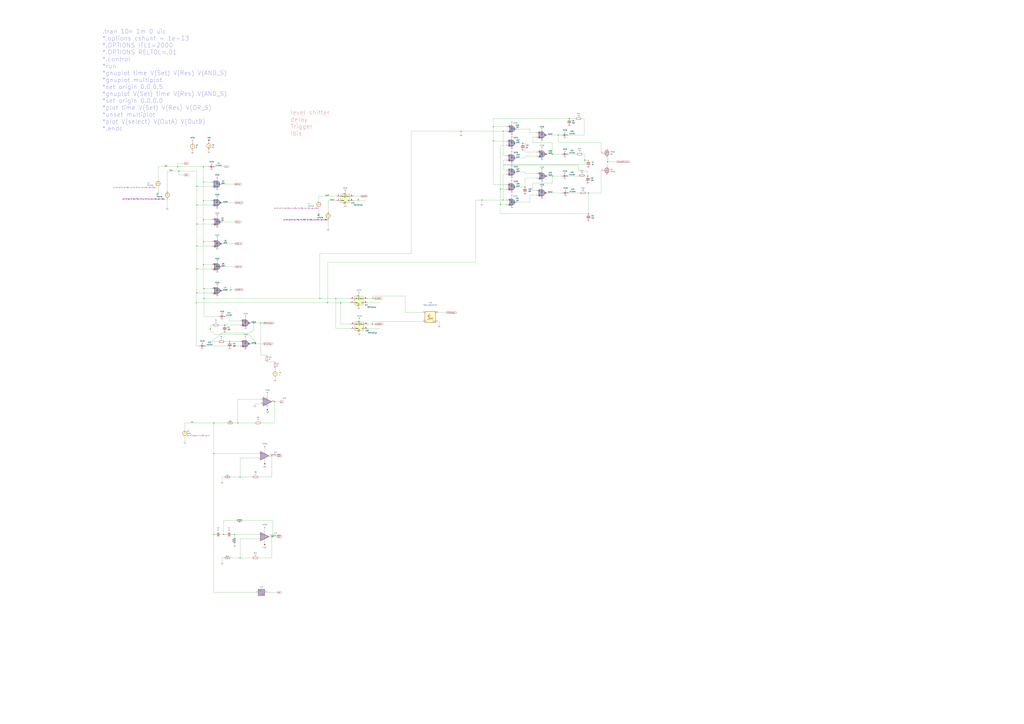
<source format=kicad_sch>
(kicad_sch (version 20230121) (generator eeschema)
  (paper "A0")
  (junction (at 581.025 219.71))
  (junction (at 272.415 621.03))
  (junction (at 559.435 232.41))
  (junction (at 228.6 216.535))
  (junction (at 682.625 204.47))
  (junction (at 380.365 351.79))
  (junction (at 267.97 336.55))
  (junction (at 584.2 232.41))
  (junction (at 371.475 346.71))
  (junction (at 648.335 156.845))
  (junction (at 433.07 346.71))
  (junction (at 236.22 211.455))
  (junction (at 581.025 237.49))
  (junction (at 228.6 238.125))
  (junction (at 705.485 187.96))
  (junction (at 266.7 396.875))
  (junction (at 248.285 491.49))
  (junction (at 316.865 623.57))
  (junction (at 244.475 382.27))
  (junction (at 236.22 280.67))
  (junction (at 296.545 399.415))
  (junction (at 228.6 285.75))
  (junction (at 584.2 152.4))
  (junction (at 236.22 233.045))
  (junction (at 318.77 466.725))
  (junction (at 678.815 186.055))
  (junction (at 236.855 346.71))
  (junction (at 206.375 193.675))
  (junction (at 641.35 179.07))
  (junction (at 315.595 529.59))
  (junction (at 389.89 346.71))
  (junction (at 278.765 648.335))
  (junction (at 248.285 527.05))
  (junction (at 683.26 248.285))
  (junction (at 207.645 198.755))
  (junction (at 236.22 193.675))
  (junction (at 607.06 166.37))
  (junction (at 641.35 204.47))
  (junction (at 276.225 491.49))
  (junction (at 609.6 217.17))
  (junction (at 395.605 351.79))
  (junction (at 315.595 623.57))
  (junction (at 302.895 375.285))
  (junction (at 572.77 147.32))
  (junction (at 278.765 554.355))
  (junction (at 661.035 137.795))
  (junction (at 228.6 312.42))
  (junction (at 228.6 340.36))
  (junction (at 260.985 377.825))
  (junction (at 535.305 152.4))
  (junction (at 236.855 335.28))
  (junction (at 572.77 163.83))
  (junction (at 294.64 375.285))
  (junction (at 236.22 307.34))
  (junction (at 432.435 376.555))
  (junction (at 259.715 621.03))
  (junction (at 683.26 224.155))
  (junction (at 227.965 351.79))
  (junction (at 248.285 621.03))
  (junction (at 228.6 260.35))
  (junction (at 236.22 255.27))
  (wire (pts (xy 249.555 388.62) (xy 288.925 388.62)))
  (wire (pts (xy 236.22 193.675) (xy 241.935 193.675)))
  (wire (pts (xy 641.35 212.725) (xy 641.35 204.47)))
  (wire (pts (xy 470.535 344.17) (xy 433.07 344.17)))
  (wire (pts (xy 629.285 209.55) (xy 629.285 210.185)))
  (wire (pts (xy 629.285 151.13) (xy 629.285 151.765)))
  (wire (pts (xy 307.34 614.68) (xy 307.34 617.22)))
  (wire (pts (xy 400.685 239.395) (xy 400.685 236.855)))
  (wire (pts (xy 678.815 186.055) (xy 683.26 186.055)))
  (wire (pts (xy 416.56 341.63) (xy 416.56 342.9)))
  (wire (pts (xy 609.6 166.37) (xy 609.6 176.53)))
  (wire (pts (xy 194.31 198.755) (xy 194.31 221.615)))
  (wire (pts (xy 609.6 200.025) (xy 609.6 201.93)))
  (wire (pts (xy 572.77 137.795) (xy 572.77 147.32)))
  (wire (pts (xy 302.895 375.285) (xy 306.07 375.285)))
  (wire (pts (xy 581.025 248.285) (xy 683.26 248.285)))
  (wire (pts (xy 635.635 224.155) (xy 652.78 224.155)))
  (wire (pts (xy 426.72 346.71) (xy 433.07 346.71)))
  (wire (pts (xy 417.195 371.475) (xy 417.195 372.745)))
  (wire (pts (xy 594.36 160.655) (xy 594.36 161.29)))
  (wire (pts (xy 245.745 233.045) (xy 236.22 233.045)))
  (wire (pts (xy 245.745 194.945) (xy 245.745 196.215)))
  (wire (pts (xy 584.2 186.055) (xy 584.2 191.135)))
  (wire (pts (xy 252.095 240.665) (xy 252.095 241.3)))
  (wire (pts (xy 262.255 621.03) (xy 259.715 621.03)))
  (wire (pts (xy 609.6 201.93) (xy 622.935 201.93)))
  (wire (pts (xy 594.36 177.8) (xy 594.36 178.435)))
  (wire (pts (xy 227.965 340.36) (xy 227.965 351.79)))
  (wire (pts (xy 659.765 156.845) (xy 678.18 156.845)))
  (wire (pts (xy 252.095 288.29) (xy 252.095 288.925)))
  (wire (pts (xy 234.95 403.225) (xy 234.95 404.495)))
  (wire (pts (xy 214.63 491.49) (xy 214.63 498.475)))
  (wire (pts (xy 629.285 229.235) (xy 629.285 229.87)))
  (wire (pts (xy 622.935 159.385) (xy 618.49 159.385)))
  (wire (pts (xy 440.69 381) (xy 440.69 381.635)))
  (wire (pts (xy 609.6 176.53) (xy 622.935 176.53)))
  (wire (pts (xy 395.605 376.555) (xy 395.605 351.79)))
  (wire (pts (xy 300.355 648.335) (xy 315.595 648.335)))
  (wire (pts (xy 581.025 219.71) (xy 581.025 168.91)))
  (wire (pts (xy 183.515 218.44) (xy 183.515 224.155)))
  (wire (pts (xy 214.63 508.635) (xy 214.63 514.35)))
  (wire (pts (xy 236.22 280.67) (xy 236.22 307.34)))
  (wire (pts (xy 272.415 631.825) (xy 272.415 634.365)))
  (wire (pts (xy 490.855 373.38) (xy 432.435 373.38)))
  (wire (pts (xy 622.935 221.615) (xy 618.49 221.615)))
  (wire (pts (xy 609.6 207.01) (xy 609.6 217.17)))
  (wire (pts (xy 509.905 379.095) (xy 509.905 373.38)))
  (wire (pts (xy 314.96 623.57) (xy 315.595 623.57)))
  (wire (pts (xy 594.36 205.105) (xy 594.36 205.74)))
  (wire (pts (xy 272.415 621.03) (xy 269.875 621.03)))
  (wire (pts (xy 584.2 197.485) (xy 584.2 191.77)))
  (wire (pts (xy 266.065 372.745) (xy 278.765 372.745)))
  (wire (pts (xy 244.475 377.825) (xy 244.475 382.27)))
  (wire (pts (xy 252.095 262.89) (xy 252.095 263.525)))
  (wire (pts (xy 258.445 257.81) (xy 273.05 257.81)))
  (wire (pts (xy 680.72 224.155) (xy 683.26 224.155)))
  (wire (pts (xy 655.955 180.34) (xy 655.955 181.61)))
  (wire (pts (xy 609.6 183.515) (xy 609.6 181.61)))
  (wire (pts (xy 319.405 439.42) (xy 319.405 441.96)))
  (wire (pts (xy 629.285 172.72) (xy 629.285 173.99)))
  (wire (pts (xy 584.2 180.975) (xy 584.2 152.4)))
  (wire (pts (xy 594.36 228.6) (xy 594.36 229.87)))
  (wire (pts (xy 581.025 168.91) (xy 588.01 168.91)))
  (wire (pts (xy 641.35 204.47) (xy 652.145 204.47)))
  (wire (pts (xy 244.475 382.27) (xy 244.475 384.81)))
  (wire (pts (xy 296.545 399.415) (xy 306.07 399.415)))
  (wire (pts (xy 236.855 335.28) (xy 236.855 346.71)))
  (wire (pts (xy 274.32 604.52) (xy 259.715 604.52)))
  (wire (pts (xy 206.375 193.675) (xy 236.22 193.675)))
  (wire (pts (xy 432.435 373.38) (xy 432.435 376.555)))
  (wire (pts (xy 302.895 469.265) (xy 295.91 469.265)))
  (wire (pts (xy 257.81 648.335) (xy 257.81 654.685)))
  (wire (pts (xy 315.595 623.57) (xy 316.865 623.57)))
  (wire (pts (xy 291.465 375.285) (xy 294.64 375.285)))
  (wire (pts (xy 278.765 554.355) (xy 292.735 554.355)))
  (wire (pts (xy 291.465 399.415) (xy 296.545 399.415)))
  (wire (pts (xy 276.225 464.185) (xy 276.225 491.49)))
  (wire (pts (xy 572.77 147.32) (xy 588.01 147.32)))
  (wire (pts (xy 245.745 307.34) (xy 236.22 307.34)))
  (wire (pts (xy 258.445 213.995) (xy 272.415 213.995)))
  (wire (pts (xy 267.97 332.105) (xy 267.97 336.55)))
  (wire (pts (xy 705.485 187.96) (xy 705.485 193.04)))
  (wire (pts (xy 278.765 532.13) (xy 278.765 554.355)))
  (wire (pts (xy 227.965 351.79) (xy 227.965 401.955)))
  (wire (pts (xy 676.91 179.07) (xy 678.815 179.07)))
  (wire (pts (xy 440.055 351.155) (xy 440.055 351.79)))
  (wire (pts (xy 316.865 604.52) (xy 316.865 623.57)))
  (wire (pts (xy 252.095 304.165) (xy 252.095 304.8)))
  (wire (pts (xy 236.22 255.27) (xy 236.22 233.045)))
  (wire (pts (xy 245.745 312.42) (xy 228.6 312.42)))
  (wire (pts (xy 249.555 193.675) (xy 260.985 193.675)))
  (wire (pts (xy 659.765 204.47) (xy 682.625 204.47)))
  (wire (pts (xy 278.765 626.11) (xy 299.72 626.11)))
  (wire (pts (xy 228.6 216.535) (xy 228.6 198.755)))
  (wire (pts (xy 477.52 152.4) (xy 535.305 152.4)))
  (wire (pts (xy 252.095 229.87) (xy 252.095 230.505)))
  (wire (pts (xy 310.515 457.835) (xy 310.515 460.375)))
  (wire (pts (xy 244.475 377.825) (xy 247.015 377.825)))
  (wire (pts (xy 380.365 351.79) (xy 380.365 304.8)))
  (wire (pts (xy 600.71 149.86) (xy 615.315 149.86)))
  (wire (pts (xy 228.6 285.75) (xy 245.745 285.75)))
  (wire (pts (xy 371.475 294.64) (xy 371.475 346.71)))
  (wire (pts (xy 309.88 420.37) (xy 319.405 420.37)))
  (wire (pts (xy 678.815 186.055) (xy 678.815 191.135)))
  (wire (pts (xy 254.635 377.825) (xy 260.985 377.825)))
  (wire (pts (xy 381 233.045) (xy 381 245.745)))
  (wire (pts (xy 629.285 161.925) (xy 629.285 162.56)))
  (wire (pts (xy 194.31 198.755) (xy 207.645 198.755)))
  (wire (pts (xy 276.225 491.49) (xy 295.91 491.49)))
  (wire (pts (xy 258.445 309.88) (xy 273.05 309.88)))
  (wire (pts (xy 318.77 466.725) (xy 325.12 466.725)))
  (wire (pts (xy 295.91 469.265) (xy 295.91 471.805)))
  (wire (pts (xy 252.095 219.075) (xy 252.095 219.71)))
  (wire (pts (xy 683.26 224.155) (xy 683.26 248.285)))
  (wire (pts (xy 618.49 212.725) (xy 618.49 221.615)))
  (wire (pts (xy 584.2 197.485) (xy 588.01 197.485)))
  (wire (pts (xy 289.56 386.715) (xy 294.64 384.175)))
  (wire (pts (xy 238.76 401.955) (xy 278.765 401.955)))
  (wire (pts (xy 245.745 340.36) (xy 228.6 340.36)))
  (wire (pts (xy 594.36 171.45) (xy 594.36 172.085)))
  (wire (pts (xy 267.97 336.55) (xy 273.05 336.55)))
  (wire (pts (xy 236.855 346.71) (xy 371.475 346.71)))
  (wire (pts (xy 697.865 198.12) (xy 697.865 224.155)))
  (wire (pts (xy 310.515 473.075) (xy 310.515 474.345)))
  (wire (pts (xy 228.6 238.125) (xy 228.6 260.35)))
  (wire (pts (xy 581.025 248.285) (xy 581.025 237.49)))
  (wire (pts (xy 299.72 532.13) (xy 278.765 532.13)))
  (wire (pts (xy 629.285 198.12) (xy 629.285 199.39)))
  (wire (pts (xy 656.59 225.425) (xy 656.59 226.695)))
  (wire (pts (xy 594.36 240.03) (xy 594.36 240.665)))
  (wire (pts (xy 618.49 212.725) (xy 641.35 212.725)))
  (wire (pts (xy 318.77 466.725) (xy 318.77 491.49)))
  (wire (pts (xy 600.71 234.95) (xy 615.315 234.95)))
  (wire (pts (xy 427.355 381.635) (xy 440.69 381.635)))
  (wire (pts (xy 206.375 189.865) (xy 213.995 189.865)))
  (wire (pts (xy 426.72 351.79) (xy 440.055 351.79)))
  (wire (pts (xy 272.415 621.03) (xy 299.72 621.03)))
  (wire (pts (xy 622.935 226.695) (xy 615.315 226.695)))
  (wire (pts (xy 227.965 401.955) (xy 231.14 401.955)))
  (wire (pts (xy 400.685 222.885) (xy 400.685 224.155)))
  (wire (pts (xy 535.305 152.4) (xy 535.305 156.845)))
  (wire (pts (xy 588.01 186.055) (xy 584.2 186.055)))
  (wire (pts (xy 252.095 208.28) (xy 252.095 208.915)))
  (wire (pts (xy 655.955 205.74) (xy 655.955 207.01)))
  (wire (pts (xy 427.355 376.555) (xy 432.435 376.555)))
  (wire (pts (xy 252.095 314.96) (xy 252.095 315.595)))
  (wire (pts (xy 588.01 214.63) (xy 572.77 214.63)))
  (wire (pts (xy 252.095 276.86) (xy 252.095 278.13)))
  (wire (pts (xy 370.205 227.965) (xy 370.205 232.41)))
  (wire (pts (xy 315.595 529.59) (xy 321.945 529.59)))
  (wire (pts (xy 309.88 688.34) (xy 321.945 688.34)))
  (wire (pts (xy 607.06 166.37) (xy 609.6 166.37)))
  (wire (pts (xy 678.18 137.795) (xy 678.18 156.845)))
  (wire (pts (xy 417.195 387.985) (xy 417.195 385.445)))
  (wire (pts (xy 259.715 621.03) (xy 257.175 621.03)))
  (wire (pts (xy 588.01 163.83) (xy 572.77 163.83)))
  (wire (pts (xy 609.6 181.61) (xy 622.935 181.61)))
  (wire (pts (xy 245.745 396.875) (xy 253.365 396.875)))
  (wire (pts (xy 490.855 363.22) (xy 470.535 363.22)))
  (wire (pts (xy 206.375 189.865) (xy 206.375 193.675)))
  (wire (pts (xy 509.905 373.38) (xy 508.635 373.38)))
  (wire (pts (xy 629.285 184.15) (xy 629.285 184.785)))
  (wire (pts (xy 271.145 491.49) (xy 276.225 491.49)))
  (wire (pts (xy 648.335 156.845) (xy 648.335 165.735)))
  (wire (pts (xy 416.56 358.14) (xy 416.56 355.6)))
  (wire (pts (xy 266.7 396.875) (xy 278.765 396.875)))
  (wire (pts (xy 285.115 393.065) (xy 285.115 394.335)))
  (wire (pts (xy 477.52 294.64) (xy 371.475 294.64)))
  (wire (pts (xy 236.22 280.67) (xy 245.745 280.67)))
  (wire (pts (xy 424.18 232.41) (xy 424.18 233.045)))
  (wire (pts (xy 660.4 224.155) (xy 673.1 224.155)))
  (wire (pts (xy 249.555 621.03) (xy 248.285 621.03)))
  (wire (pts (xy 267.97 648.335) (xy 278.765 648.335)))
  (wire (pts (xy 600.71 166.37) (xy 607.06 166.37)))
  (wire (pts (xy 381 255.905) (xy 381 266.7)))
  (wire (pts (xy 259.715 604.52) (xy 259.715 621.03)))
  (wire (pts (xy 635.635 179.07) (xy 641.35 179.07)))
  (wire (pts (xy 432.435 376.555) (xy 435.61 376.555)))
  (wire (pts (xy 260.985 377.825) (xy 278.765 377.825)))
  (wire (pts (xy 508.635 363.22) (xy 518.795 363.22)))
  (wire (pts (xy 410.845 227.965) (xy 419.1 227.965)))
  (wire (pts (xy 236.22 211.455) (xy 245.745 211.455)))
  (wire (pts (xy 252.095 332.105) (xy 252.095 332.74)))
  (wire (pts (xy 407.035 376.555) (xy 395.605 376.555)))
  (wire (pts (xy 559.435 232.41) (xy 584.2 232.41)))
  (wire (pts (xy 682.625 198.755) (xy 682.625 204.47)))
  (wire (pts (xy 194.31 231.775) (xy 194.31 242.57)))
  (wire (pts (xy 318.135 466.725) (xy 318.77 466.725)))
  (wire (pts (xy 236.22 255.27) (xy 236.22 280.67)))
  (wire (pts (xy 257.81 554.355) (xy 257.81 560.705)))
  (wire (pts (xy 257.81 368.935) (xy 257.81 370.205)))
  (wire (pts (xy 307.34 535.94) (xy 307.34 537.21)))
  (wire (pts (xy 629.285 218.44) (xy 629.285 219.075)))
  (wire (pts (xy 236.22 193.675) (xy 236.22 211.455)))
  (wire (pts (xy 572.77 137.795) (xy 661.035 137.795)))
  (wire (pts (xy 697.865 177.8) (xy 697.865 165.735)))
  (wire (pts (xy 227.965 340.36) (xy 228.6 340.36)))
  (wire (pts (xy 594.36 222.25) (xy 594.36 222.885)))
  (wire (pts (xy 236.855 335.28) (xy 236.22 335.28)))
  (wire (pts (xy 648.335 165.735) (xy 697.865 165.735)))
  (wire (pts (xy 622.935 207.01) (xy 609.6 207.01)))
  (wire (pts (xy 314.96 529.59) (xy 315.595 529.59)))
  (wire (pts (xy 183.515 193.675) (xy 206.375 193.675)))
  (wire (pts (xy 316.865 623.57) (xy 321.945 623.57)))
  (wire (pts (xy 600.71 183.515) (xy 609.6 183.515)))
  (wire (pts (xy 248.285 688.34) (xy 248.285 621.03)))
  (wire (pts (xy 183.515 193.675) (xy 183.515 208.28)))
  (wire (pts (xy 285.115 368.935) (xy 285.115 370.205)))
  (wire (pts (xy 381 233.045) (xy 390.525 233.045)))
  (wire (pts (xy 584.2 232.41) (xy 588.01 232.41)))
  (wire (pts (xy 281.94 604.52) (xy 316.865 604.52)))
  (wire (pts (xy 294.64 384.175) (xy 294.64 375.285)))
  (wire (pts (xy 257.81 386.715) (xy 289.56 386.715)))
  (wire (pts (xy 261.62 367.665) (xy 266.065 367.665)))
  (wire (pts (xy 245.745 255.27) (xy 236.22 255.27)))
  (wire (pts (xy 297.18 688.34) (xy 248.285 688.34)))
  (wire (pts (xy 260.35 554.355) (xy 257.81 554.355)))
  (wire (pts (xy 248.285 491.49) (xy 248.285 527.05)))
  (wire (pts (xy 294.64 375.285) (xy 302.895 375.285)))
  (wire (pts (xy 584.2 191.135) (xy 678.815 191.135)))
  (wire (pts (xy 309.88 412.75) (xy 302.895 412.75)))
  (wire (pts (xy 594.36 154.94) (xy 594.36 155.575)))
  (wire (pts (xy 296.545 397.51) (xy 288.925 388.62)))
  (wire (pts (xy 267.97 337.82) (xy 267.97 336.55)))
  (wire (pts (xy 258.445 337.82) (xy 267.97 337.82)))
  (wire (pts (xy 572.77 214.63) (xy 572.77 163.83)))
  (wire (pts (xy 594.36 143.51) (xy 594.36 144.78)))
  (wire (pts (xy 433.07 344.17) (xy 433.07 346.71)))
  (wire (pts (xy 588.01 180.975) (xy 584.2 180.975)))
  (wire (pts (xy 581.025 237.49) (xy 581.025 219.71)))
  (wire (pts (xy 302.895 412.75) (xy 302.895 375.285)))
  (wire (pts (xy 635.635 156.845) (xy 648.335 156.845)))
  (wire (pts (xy 236.855 346.71) (xy 236.855 367.665)))
  (wire (pts (xy 705.485 187.96) (xy 705.485 182.88)))
  (wire (pts (xy 236.855 367.665) (xy 254 367.665)))
  (wire (pts (xy 581.025 219.71) (xy 588.01 219.71)))
  (wire (pts (xy 552.45 304.8) (xy 552.45 232.41)))
  (wire (pts (xy 276.225 464.185) (xy 302.895 464.185)))
  (wire (pts (xy 228.6 260.35) (xy 228.6 285.75)))
  (wire (pts (xy 407.035 381.635) (xy 389.89 381.635)))
  (wire (pts (xy 594.36 188.595) (xy 594.36 189.23)))
  (wire (pts (xy 315.595 623.57) (xy 315.595 648.335)))
  (wire (pts (xy 477.52 152.4) (xy 477.52 294.64)))
  (wire (pts (xy 315.595 529.59) (xy 315.595 554.355)))
  (wire (pts (xy 395.605 351.79) (xy 406.4 351.79)))
  (wire (pts (xy 303.53 491.49) (xy 318.77 491.49)))
  (wire (pts (xy 659.765 179.07) (xy 669.29 179.07)))
  (wire (pts (xy 319.405 427.99) (xy 319.405 429.26)))
  (wire (pts (xy 697.865 224.155) (xy 683.26 224.155)))
  (wire (pts (xy 389.89 346.71) (xy 406.4 346.71)))
  (wire (pts (xy 272.415 621.03) (xy 272.415 624.205)))
  (wire (pts (xy 588.01 202.565) (xy 584.2 202.565)))
  (wire (pts (xy 641.35 165.735) (xy 641.35 179.07)))
  (wire (pts (xy 380.365 351.79) (xy 395.605 351.79)))
  (wire (pts (xy 228.6 216.535) (xy 245.745 216.535)))
  (wire (pts (xy 389.89 381.635) (xy 389.89 346.71)))
  (wire (pts (xy 594.36 194.31) (xy 594.36 194.945)))
  (wire (pts (xy 245.745 238.125) (xy 228.6 238.125)))
  (wire (pts (xy 618.49 159.385) (xy 618.49 165.735)))
  (wire (pts (xy 248.285 527.05) (xy 299.72 527.05)))
  (wire (pts (xy 248.285 527.05) (xy 248.285 621.03)))
  (wire (pts (xy 249.555 388.62) (xy 244.475 384.81)))
  (wire (pts (xy 307.34 520.7) (xy 307.34 523.24)))
  (wire (pts (xy 207.645 198.755) (xy 228.6 198.755)))
  (wire (pts (xy 641.35 179.07) (xy 652.145 179.07)))
  (wire (pts (xy 594.36 211.455) (xy 594.36 212.09)))
  (wire (pts (xy 668.02 137.795) (xy 661.035 137.795)))
  (wire (pts (xy 635.635 204.47) (xy 641.35 204.47)))
  (wire (pts (xy 236.22 307.34) (xy 236.22 335.28)))
  (wire (pts (xy 228.6 285.75) (xy 228.6 312.42)))
  (wire (pts (xy 228.6 238.125) (xy 228.6 216.535)))
  (wire (pts (xy 248.285 491.49) (xy 263.525 491.49)))
  (wire (pts (xy 245.745 335.28) (xy 236.855 335.28)))
  (wire (pts (xy 615.315 154.305) (xy 622.935 154.305)))
  (wire (pts (xy 241.935 382.27) (xy 244.475 382.27)))
  (wire (pts (xy 655.955 158.115) (xy 655.955 159.385)))
  (wire (pts (xy 671.83 198.755) (xy 682.625 198.755)))
  (wire (pts (xy 559.435 232.41) (xy 559.435 237.49)))
  (wire (pts (xy 278.765 626.11) (xy 278.765 648.335)))
  (wire (pts (xy 267.97 554.355) (xy 278.765 554.355)))
  (wire (pts (xy 227.965 351.79) (xy 380.365 351.79)))
  (wire (pts (xy 278.765 648.335) (xy 292.735 648.335)))
  (wire (pts (xy 213.995 203.2) (xy 207.645 203.2)))
  (wire (pts (xy 285.115 404.495) (xy 285.115 405.13)))
  (wire (pts (xy 678.18 137.795) (xy 675.64 137.795)))
  (wire (pts (xy 572.77 163.83) (xy 572.77 147.32)))
  (wire (pts (xy 252.095 251.46) (xy 252.095 252.73)))
  (wire (pts (xy 648.335 156.845) (xy 652.145 156.845)))
  (wire (pts (xy 370.205 227.965) (xy 390.525 227.965)))
  (wire (pts (xy 380.365 304.8) (xy 552.45 304.8)))
  (wire (pts (xy 245.745 260.35) (xy 228.6 260.35)))
  (wire (pts (xy 615.315 226.695) (xy 615.315 234.95)))
  (wire (pts (xy 266.065 367.665) (xy 266.065 372.745)))
  (wire (pts (xy 307.34 629.92) (xy 307.34 631.19)))
  (wire (pts (xy 242.57 176.53) (xy 242.57 174.625)))
  (wire (pts (xy 296.545 397.51) (xy 296.545 399.415)))
  (wire (pts (xy 207.645 203.2) (xy 207.645 198.755)))
  (wire (pts (xy 470.535 363.22) (xy 470.535 344.17)))
  (wire (pts (xy 258.445 283.21) (xy 273.05 283.21)))
  (wire (pts (xy 618.49 165.735) (xy 641.35 165.735)))
  (wire (pts (xy 552.45 232.41) (xy 559.435 232.41)))
  (wire (pts (xy 214.63 491.49) (xy 248.285 491.49)))
  (wire (pts (xy 535.305 152.4) (xy 584.2 152.4)))
  (wire (pts (xy 584.2 191.77) (xy 671.83 191.77)))
  (wire (pts (xy 371.475 346.71) (xy 389.89 346.71)))
  (wire (pts (xy 300.355 554.355) (xy 315.595 554.355)))
  (wire (pts (xy 716.28 187.96) (xy 705.485 187.96)))
  (wire (pts (xy 581.025 237.49) (xy 588.01 237.49)))
  (wire (pts (xy 260.35 648.335) (xy 257.81 648.335)))
  (wire (pts (xy 410.845 233.045) (xy 424.18 233.045)))
  (wire (pts (xy 223.52 177.165) (xy 223.52 175.26)))
  (wire (pts (xy 584.2 202.565) (xy 584.2 232.41)))
  (wire (pts (xy 600.71 217.17) (xy 609.6 217.17)))
  (wire (pts (xy 285.115 380.365) (xy 285.115 381)))
  (wire (pts (xy 433.07 346.71) (xy 434.975 346.71)))
  (wire (pts (xy 228.6 312.42) (xy 228.6 340.36)))
  (wire (pts (xy 236.22 233.045) (xy 236.22 211.455)))
  (wire (pts (xy 258.445 235.585) (xy 273.05 235.585)))
  (wire (pts (xy 260.985 396.875) (xy 266.7 396.875)))
  (wire (pts (xy 615.315 149.86) (xy 615.315 154.305)))
  (wire (pts (xy 678.815 179.07) (xy 678.815 186.055)))
  (wire (pts (xy 245.745 396.875) (xy 257.81 386.715)))
  (wire (pts (xy 584.2 152.4) (xy 588.01 152.4)))
  (wire (pts (xy 671.83 191.77) (xy 671.83 198.755)))
  (wire (pts (xy 600.71 200.025) (xy 609.6 200.025)))
  (wire (pts (xy 370.205 242.57) (xy 370.205 248.285)))
  (text ".tran 10n 1m 0 uic\n*.options cshunt = 1e-13\n*.OPTIONS ITL1=2000\n*.OPTIONS RELTOL=.01\n*.control\n*run\n*gnuplot time V(Set) V(Res) V(AND_S)\n*gnuplot multiplot\n*set origin 0.0,0.5\n*gnuplot V(Set) time V(Res) V(AND_S)\n*set origin 0.0,0.0\n*plot time V(Set) V(Res) V(OR_S)\n*unset multiplot\n*plot V(select) V(OutA) V(OutB)\n*.endc" (at 118.745 152.4 0) (effects (font (size 5.0038 5.0038)) (justify left bottom)))
  (text "level shifter\ndelay\nTrigger\nIbis" (at 337.185 158.115 0) (effects (font (size 5 5)) (justify left bottom)))
  (label "Set" (at 191.135 193.675 0))
  (label "Vin" (at 221.615 491.49 0))
  (label "Q" (at 415.29 233.045 0))
  (label "Res2" (at 383.54 233.045 0))
  (label "Set2" (at 377.825 227.965 0))
  (label "Res" (at 196.85 198.755 0))
  (global_label "XNOR_S" (shape output) (at 273.05 336.55 0) (property "Intersheetrefs" "${INTERSHEET_REFS}" (effects hide)))
  (global_label "gs" (shape output) (at 325.12 466.725 0) (property "Intersheetrefs" "${INTERSHEET_REFS}" (effects hide)))
  (global_label "XOR_S" (shape output) (at 273.05 309.88 0) (property "Intersheetrefs" "${INTERSHEET_REFS}" (effects hide)))
  (global_label "gs2" (shape output) (at 321.945 529.59 0) (property "Intersheetrefs" "${INTERSHEET_REFS}" (effects hide)))
  (global_label "OutRS3" (shape output) (at 435.61 376.555 0) (property "Intersheetrefs" "${INTERSHEET_REFS}" (effects hide)))
  (global_label "gs3" (shape output) (at 321.945 623.57 0) (property "Intersheetrefs" "${INTERSHEET_REFS}" (effects hide)))
  (global_label "QFlipflop" (shape output) (at 306.07 399.415 0) (property "Intersheetrefs" "${INTERSHEET_REFS}" (effects hide)))
  (global_label "OutRS" (shape output) (at 419.1 227.965 0) (property "Intersheetrefs" "${INTERSHEET_REFS}" (effects hide)))
  (global_label "Res" (shape output) (at 213.995 203.2 0) (property "Intersheetrefs" "${INTERSHEET_REFS}" (effects hide)))
  (global_label "AND_S" (shape output) (at 272.415 213.995 0) (property "Intersheetrefs" "${INTERSHEET_REFS}" (effects hide)))
  (global_label "CP2Magic" (shape output) (at 518.795 363.22 0) (property "Intersheetrefs" "${INTERSHEET_REFS}" (effects hide)))
  (global_label "NOR_S" (shape output) (at 273.05 283.21 0) (property "Intersheetrefs" "${INTERSHEET_REFS}" (effects hide)))
  (global_label "Set" (shape output) (at 213.995 189.865 0) (property "Intersheetrefs" "${INTERSHEET_REFS}" (effects hide)))
  (global_label "OR_S" (shape output) (at 273.05 257.81 0) (property "Intersheetrefs" "${INTERSHEET_REFS}" (effects hide)))
  (global_label "Comp2PLLOut" (shape output) (at 716.28 187.96 0) (property "Intersheetrefs" "${INTERSHEET_REFS}" (effects hide)))
  (global_label "RSFlipFlop" (shape output) (at 306.07 375.285 0) (property "Intersheetrefs" "${INTERSHEET_REFS}" (effects hide)))
  (global_label "rec" (shape output) (at 321.945 688.34 0) (property "Intersheetrefs" "${INTERSHEET_REFS}" (effects hide)))
  (global_label "Inv" (shape output) (at 260.985 193.675 0) (property "Intersheetrefs" "${INTERSHEET_REFS}" (effects hide)))
  (global_label "OutRS2" (shape output) (at 434.975 346.71 0) (property "Intersheetrefs" "${INTERSHEET_REFS}" (effects hide)))
  (global_label "NAND_S" (shape output) (at 273.05 235.585 0) (property "Intersheetrefs" "${INTERSHEET_REFS}" (effects hide)))
  (symbol (lib_id "Switch_Behavior_003_TFN-rescue:0-pspice") (at 252.095 241.3 0) (unit 1)
    (property "Reference" "#GND06" (effects hide))
    (property "Value" "0" (effects hide))
  )
  (symbol (lib_id "Switch_Behavior_003_TFN-rescue:0-pspice") (at 260.985 385.445 0) (unit 1)
    (property "Reference" "#GND014" (effects hide))
    (property "Value" "0" (effects hide))
  )
  (symbol (lib_id "Simulation_SPICE:VDC") (at 223.52 170.18 0) (unit 1)
    (property "Reference" "V2" (at 227.33 168.7802 0) (effects (justify left)))
    (property "Value" "5" (at 227.33 171.3202 0) (effects (justify left)))
    (property "Sim.Pins" "1=+ 2=-" (effects hide))
    (property "Sim.Type" "DC" (effects hide))
    (property "Sim.Device" "V" (effects hide))
  )
  (symbol (lib_id "power:VCCQ") (at 629.285 198.12 0) (unit 1)
    (property "Reference" "#PWR032" (effects hide))
    (property "Value" "VCCQ" (at 629.285 194.31 0))
  )
  (symbol (lib_id "power:VCCQ") (at 594.36 228.6 0) (unit 1)
    (property "Reference" "#PWR024" (effects hide))
    (property "Value" "VCCQ" (at 598.17 227.965 0))
  )
  (symbol (lib_id "Device:R") (at 264.16 554.355 90) (unit 1)
    (property "Reference" "R7" (at 264.16 552.323 90))
    (property "Value" "1K" (at 264.16 554.355 90))
  )
  (symbol (lib_id "power:VCCQ") (at 629.285 218.44 0) (unit 1)
    (property "Reference" "#PWR030" (effects hide))
    (property "Value" "VCCQ" (at 629.285 214.63 0))
  )
  (symbol (lib_id "Switch_Behavior_003_TFN-rescue:0-pspice") (at 629.285 162.56 0) (unit 1)
    (property "Reference" "#GND036" (effects hide))
    (property "Value" "0" (effects hide))
  )
  (symbol (lib_id "Simulation_SPICE:VPULSE") (at 194.31 226.695 0) (unit 1)
    (property "Reference" "V4" (at 181.61 226.06 0) (effects (justify left)))
    (property "Value" "VPULSE" (at 181.61 228.6 0) (effects (justify left)))
    (property "Sim.Pins" "1=+ 2=-" (effects hide))
    (property "Sim.Type" "PULSE" (effects hide))
    (property "Sim.Device" "V" (effects hide))
    (property "Sim.Params" "y1=0 y2=3 td=75u tr=1u tf=1u tw=10u per=30u" (at 142.24 231.14 0) (effects (justify left)))
  )
  (symbol (lib_id "0xActiveSpice:AND") (at 252.095 213.995 0) (unit 1)
    (property "Reference" "U2" (at 259.08 210.3471 0))
    (property "Value" "AND" (at 259.08 212.8871 0))
    (property "Sim.Library" "${ACTIVESPICE}\\ActiveSpiceModel\\MOD_AND_Activetronics_001_TFN.lib" (effects hide))
    (property "Sim.Name" "ANDgate" (effects hide))
    (property "Sim.Device" "SUBCKT" (effects hide))
    (property "Sim.Pins" "1=VCC 2=G 3=A 4=B 5=S" (effects hide))
  )
  (symbol (lib_id "0xActiveSpice:NAND") (at 252.095 235.585 0) (unit 1)
    (property "Reference" "U3" (effects hide))
    (property "Value" "NAND" (at 261.62 234.4771 0))
    (property "Sim.Library" "${ACTIVESPICE}\\ActiveSpiceModel\\MOD_NAND_Activetronics_001_TFN.lib" (effects hide))
    (property "Sim.Name" "NANDgate" (effects hide))
    (property "Sim.Device" "SUBCKT" (effects hide))
    (property "Sim.Pins" "1=VCC 2=G 3=A 4=B 5=S" (effects hide))
  )
  (symbol (lib_id "Switch_Behavior_003_TFN-rescue:0-pspice") (at 607.06 173.99 0) (unit 1)
    (property "Reference" "#GND048" (effects hide))
    (property "Value" "0" (effects hide))
  )
  (symbol (lib_id "Device:R") (at 296.545 648.335 90) (unit 1)
    (property "Reference" "R12" (at 296.545 642.62 90))
    (property "Value" "1K" (at 296.545 645.16 90))
  )
  (symbol (lib_id "power:VCCQ") (at 594.36 177.8 0) (unit 1)
    (property "Reference" "#PWR026" (effects hide))
    (property "Value" "VCCQ" (at 598.805 177.165 0))
  )
  (symbol (lib_id "0xActiveSpice:AND") (at 594.36 183.515 0) (unit 1)
    (property "Reference" "U23" (at 601.345 179.8671 0))
    (property "Value" "AND" (at 601.345 182.4071 0))
    (property "Sim.Library" "${ACTIVESPICE}\\ActiveSpiceModel\\MOD_AND_Activetronics_001_TFN.lib" (effects hide))
    (property "Sim.Name" "ANDgate" (effects hide))
    (property "Sim.Device" "SUBCKT" (effects hide))
    (property "Sim.Pins" "1=VCC 2=G 3=A 4=B 5=S" (effects hide))
  )
  (symbol (lib_id "0xActiveSpice:AND") (at 594.36 217.17 0) (unit 1)
    (property "Reference" "U25" (at 601.345 213.5221 0))
    (property "Value" "AND" (at 601.345 216.0621 0))
    (property "Sim.Library" "${ACTIVESPICE}\\ActiveSpiceModel\\MOD_AND_Activetronics_001_TFN.lib" (effects hide))
    (property "Sim.Name" "ANDgate" (effects hide))
    (property "Sim.Device" "SUBCKT" (effects hide))
    (property "Sim.Pins" "1=VCC 2=G 3=A 4=B 5=S" (effects hide))
  )
  (symbol (lib_id "Device:R") (at 296.545 554.355 90) (unit 1)
    (property "Reference" "R8" (at 296.545 548.64 90))
    (property "Value" "1K" (at 296.545 551.18 90))
  )
  (symbol (lib_id "Simulation_SPICE:VDC") (at 242.57 169.545 180) (unit 1)
    (property "Reference" "V1" (at 246.38 168.4048 0) (effects (justify right)))
    (property "Value" "5" (at 246.38 170.9448 0) (effects (justify right)))
    (property "Sim.Pins" "1=+ 2=-" (effects hide))
    (property "Sim.Type" "DC" (effects hide))
    (property "Sim.Device" "V" (effects hide))
  )
  (symbol (lib_id "Device:R") (at 299.72 491.49 90) (unit 1)
    (property "Reference" "R6" (at 299.72 485.14 90))
    (property "Value" "1K" (at 299.72 487.68 90))
  )
  (symbol (lib_id "power:VCCQ") (at 252.095 276.86 0) (unit 1)
    (property "Reference" "#PWR07" (effects hide))
    (property "Value" "VCCQ" (at 252.095 273.05 0))
  )
  (symbol (lib_id "Switch_Behavior_003_TFN-rescue:0-pspice") (at 400.685 239.395 0) (unit 1)
    (property "Reference" "#GND024" (effects hide))
    (property "Value" "0" (effects hide))
  )
  (symbol (lib_id "Switch_Behavior_003_TFN-rescue:0-pspice") (at 594.36 240.665 0) (unit 1)
    (property "Reference" "#GND031" (effects hide))
    (property "Value" "0" (effects hide))
  )
  (symbol (lib_id "Device:R") (at 319.405 424.18 0) (unit 1)
    (property "Reference" "R4" (at 321.31 422.91 0) (effects (justify left)))
    (property "Value" "R" (at 321.31 425.45 0) (effects (justify left)))
  )
  (symbol (lib_name "74LVC1GU04DRL_2") (lib_id "74xGxx:74LVC1GU04DRL") (at 416.56 349.25 0) (unit 1)
    (property "Reference" "U17" (at 425.45 354.33 0))
    (property "Value" "RSFlipFlop" (at 431.8 356.87 0))
    (property "Sim.Library" "D:\\0100-Kicad-ActiveSpice\\ActiveSpice\\ActiveSpiceModel\\MOD_RSFlipFlop_Activetronics_001_TFN.lib" (effects hide))
    (property "Sim.Name" "RSFlipFlop" (effects hide))
    (property "Sim.Device" "SUBCKT" (effects hide))
    (property "Sim.Pins" "1=VCC 2=G 3=Set 4=Res 5=Out 6=Q" (effects hide))
  )
  (symbol (lib_id "Device:C") (at 266.065 621.03 90) (unit 1)
    (property "Reference" "C4" (at 266.065 613.41 90))
    (property "Value" "1n" (at 266.065 615.95 90))
  )
  (symbol (lib_id "Switch_Behavior_003_TFN-rescue:0-pspice") (at 594.36 155.575 0) (unit 1)
    (property "Reference" "#GND030" (effects hide))
    (property "Value" "0" (effects hide))
  )
  (symbol (lib_id "power:VCCQ") (at 245.745 192.405 0) (unit 1)
    (property "Reference" "#PWR03" (effects hide))
    (property "Value" "VCCQ" (at 245.745 187.96 0))
  )
  (symbol (lib_id "Device:C") (at 607.06 170.18 0) (unit 1)
    (property "Reference" "C5" (at 610.87 168.91 0) (effects (justify left)))
    (property "Value" "5f" (at 610.87 171.45 0) (effects (justify left)))
  )
  (symbol (lib_id "power:VCCQ") (at 310.515 457.835 0) (unit 1)
    (property "Reference" "#PWR014" (effects hide))
    (property "Value" "VCCQ" (at 310.515 453.39 0))
  )
  (symbol (lib_id "Switch_Behavior_003_TFN-rescue:0-pspice") (at 661.035 145.415 0) (unit 1)
    (property "Reference" "#GND044" (effects hide))
    (property "Value" "0" (effects hide))
  )
  (symbol (lib_id "power:VSS") (at 242.57 164.465 0) (unit 1)
    (property "Reference" "#PWR01" (effects hide))
    (property "Value" "VSS" (at 242.57 160.02 0))
  )
  (symbol (lib_id "0xActiveSpice:RECTIFIER") (at 303.53 688.34 0) (unit 1)
    (property "Reference" "U13" (at 303.53 681.99 0))
    (property "Value" "${SIM.PARAMS}" (effects hide))
    (property "Sim.Library" "${ACTIVESPICE}\\ActiveSpiceModel\\MOD_Rectifier_Full_Ideal_Activetronics_001_TFN.lib" (effects hide))
    (property "Sim.Name" "Rectifier_Full_Ideal" (effects hide))
    (property "Sim.Device" "SUBCKT" (effects hide))
    (property "Sim.Pins" "1=I 2=S" (effects hide))
  )
  (symbol (lib_id "0xActiveSpice:OPAMP_ideal_V+top") (at 307.34 623.57 0) (unit 1)
    (property "Reference" "U12" (at 320.04 619.3791 0))
    (property "Value" "${SIM.PARAMS}" (effects hide))
    (property "Sim.Pins" "1=VCC 2=G 3=P 4=M 5=S" (effects hide))
    (property "Sim.Device" "SUBCKT" (effects hide))
    (property "Sim.Library" "${ACTIVESPICE}\\ActiveSpiceModel\\MOD_AmpOp_Ideal_Activetronics_004_TFN.lib" (effects hide))
    (property "Sim.Name" "AmpOp_Ideal" (at 320.04 621.9191 0))
  )
  (symbol (lib_id "Device:C") (at 683.26 252.095 0) (unit 1)
    (property "Reference" "C9" (at 686.435 250.825 0) (effects (justify left)))
    (property "Value" "15f" (at 686.435 253.365 0) (effects (justify left)))
  )
  (symbol (lib_id "0xActiveSpice:XNOR") (at 252.095 337.82 0) (unit 1)
    (property "Reference" "U7" (at 261.62 334.1721 0))
    (property "Value" "XNOR" (at 261.62 336.7121 0))
    (property "Sim.Library" "${ACTIVESPICE}\\ActiveSpiceModel\\MOD_NXOR_Activetronics_001_TFN.lib" (effects hide))
    (property "Sim.Name" "XNOR_GATE" (effects hide))
    (property "Sim.Device" "SUBCKT" (effects hide))
    (property "Sim.Pins" "1=VCC 2=G 3=A 4=B 5=S" (effects hide))
  )
  (symbol (lib_id "Switch_Behavior_003_TFN-rescue:0-pspice") (at 629.285 184.785 0) (unit 1)
    (property "Reference" "#GND038" (effects hide))
    (property "Value" "0" (effects hide))
  )
  (symbol (lib_name "74LVC1GU04DRL_2") (lib_id "74xGxx:74LVC1GU04DRL") (at 400.685 230.505 0) (unit 1)
    (property "Reference" "U16" (at 409.575 235.585 0))
    (property "Value" "RSFlipFlop" (at 415.925 238.125 0))
    (property "Sim.Library" "D:\\0100-Kicad-ActiveSpice\\ActiveSpice\\ActiveSpiceModel\\MOD_RSFlipFlop_Activetronics_001_TFN.lib" (effects hide))
    (property "Sim.Name" "RSFlipFlop" (effects hide))
    (property "Sim.Device" "SUBCKT" (effects hide))
    (property "Sim.Pins" "1=VCC 2=G 3=Set 4=Res 5=Out 6=Q" (effects hide))
  )
  (symbol (lib_id "Switch_Behavior_003_TFN-rescue:0-pspice") (at 416.56 358.14 0) (unit 1)
    (property "Reference" "#GND027" (effects hide))
    (property "Value" "0" (effects hide))
  )
  (symbol (lib_id "power:VCCQ") (at 252.095 304.165 0) (unit 1)
    (property "Reference" "#PWR08" (effects hide))
    (property "Value" "VCCQ" (at 252.095 300.355 0))
  )
  (symbol (lib_id "Device:R") (at 264.16 648.335 90) (unit 1)
    (property "Reference" "R11" (at 264.16 646.303 90))
    (property "Value" "1K" (at 264.16 648.335 90))
  )
  (symbol (lib_id "power:VCCQ") (at 252.095 251.46 0) (unit 1)
    (property "Reference" "#PWR06" (effects hide))
    (property "Value" "VCCQ" (at 252.095 247.65 0))
  )
  (symbol (lib_id "Device:R") (at 250.825 377.825 90) (unit 1)
    (property "Reference" "R1" (at 250.825 372.11 90))
    (property "Value" "R" (at 250.825 374.65 90))
  )
  (symbol (lib_id "Switch_Behavior_003_TFN-rescue:0-pspice") (at 682.625 212.09 0) (unit 1)
    (property "Reference" "#GND046" (effects hide))
    (property "Value" "0" (effects hide))
  )
  (symbol (lib_id "power:VSS") (at 307.34 537.21 180) (unit 1)
    (property "Reference" "#PWR017" (effects hide))
    (property "Value" "VSS" (at 307.34 542.29 0))
  )
  (symbol (lib_id "0xActiveSpice:OPAMP_ideal_V-top") (at 310.515 466.725 0) (unit 1)
    (property "Reference" "U10" (at 330.2 462.5341 0))
    (property "Value" "${SIM.PARAMS}" (effects hide))
    (property "Sim.Library" "D:\\0100-Kicad-ActiveSpice\\ActiveSpice\\ActiveSpiceModel\\MOD_AmpOp_Ideal_Activetronics_004_TFN.lib" (effects hide))
    (property "Sim.Name" "AmpOp_Ideal" (effects hide))
    (property "Sim.Device" "SUBCKT" (effects hide))
    (property "Sim.Pins" "1=VCC 2=G 3=P 4=M 5=S" (effects hide))
  )
  (symbol (lib_id "Device:R") (at 267.335 491.49 90) (unit 1)
    (property "Reference" "R5" (at 267.335 489.458 90))
    (property "Value" "1K" (at 267.335 491.49 90))
  )
  (symbol (lib_id "Switch_Behavior_003_TFN-rescue:0-pspice") (at 683.26 193.675 0) (unit 1)
    (property "Reference" "#GND045" (effects hide))
    (property "Value" "0" (effects hide))
  )
  (symbol (lib_id "Simulation_SPICE:PMOS") (at 702.945 177.8 0) (mirror x) (unit 1)
    (property "Reference" "Q2" (at 708.66 179.07 0) (effects (justify left)))
    (property "Value" "PMOS" (at 708.66 176.53 0) (effects (justify left)))
    (property "Datasheet" "https://ngspice.sourceforge.io/docs/ngspice-manual.pdf" (effects hide))
    (property "Sim.Device" "PMOS" (effects hide))
    (property "Sim.Type" "VDMOS" (effects hide))
    (property "Sim.Pins" "1=D 2=G 3=S" (effects hide))
  )
  (symbol (lib_id "Switch_Behavior_003_TFN-rescue:0-pspice") (at 559.435 237.49 0) (unit 1)
    (property "Reference" "#GND051" (effects hide))
    (property "Value" "0" (effects hide))
  )
  (symbol (lib_id "Switch_Behavior_003_TFN-rescue:0-pspice") (at 194.31 242.57 0) (unit 1)
    (property "Reference" "#GND07" (effects hide))
    (property "Value" "0" (effects hide))
  )
  (symbol (lib_id "power:VCCQ") (at 629.285 172.72 0) (unit 1)
    (property "Reference" "#PWR031" (effects hide))
    (property "Value" "VCCQ" (at 629.285 168.91 0))
  )
  (symbol (lib_id "Switch_Behavior_003_TFN-rescue:0-pspice") (at 252.095 342.9 0) (unit 1)
    (property "Reference" "#GND011" (effects hide))
    (property "Value" "0" (effects hide))
  )
  (symbol (lib_id "Simulation_SPICE:VPULSE") (at 183.515 213.36 0) (unit 1)
    (property "Reference" "V3" (at 170.815 212.725 0) (effects (justify left)))
    (property "Value" "VPULSE" (at 170.815 215.265 0) (effects (justify left)))
    (property "Sim.Pins" "1=+ 2=-" (effects hide))
    (property "Sim.Type" "PULSE" (effects hide))
    (property "Sim.Device" "V" (effects hide))
    (property "Sim.Params" "y1=0 y2=3 td=50u tr=1u tf=1u tw=10u per=50u" (at 131.445 217.805 0) (effects (justify left)))
  )
  (symbol (lib_id "0xActiveSpice:NOR") (at 252.095 283.21 0) (unit 1)
    (property "Reference" "U5" (at 261.62 279.5621 0))
    (property "Value" "NOR" (at 261.62 282.1021 0))
    (property "Sim.Library" "${ACTIVESPICE}\\ActiveSpiceModel\\MOD_NOR_Activetronics_001_TFN.lib" (effects hide))
    (property "Sim.Name" "NOR_GATE" (effects hide))
    (property "Sim.Device" "SUBCKT" (effects hide))
    (property "Sim.Pins" "1=VCC 2=G 3=A 4=B 5=S" (effects hide))
  )
  (symbol (lib_id "Switch_Behavior_003_TFN-rescue:0-pspice") (at 509.905 379.095 0) (unit 1)
    (property "Reference" "#GND029" (effects hide))
    (property "Value" "0" (effects hide))
  )
  (symbol (lib_id "0xActiveSpice:NAND") (at 285.115 399.415 0) (unit 1)
    (property "Reference" "U9" (effects hide))
    (property "Value" "NAND" (at 294.64 398.3071 0))
    (property "Sim.Library" "${ACTIVESPICE}\\ActiveSpiceModel\\MOD_NAND_Activetronics_001_TFN.lib" (effects hide))
    (property "Sim.Name" "NANDgate" (effects hide))
    (property "Sim.Device" "SUBCKT" (effects hide))
    (property "Sim.Pins" "1=VCC 2=G 3=A 4=B 5=S" (effects hide))
  )
  (symbol (lib_id "Switch_Behavior_003_TFN-rescue:0-pspice") (at 214.63 514.35 0) (unit 1)
    (property "Reference" "#GND020" (effects hide))
    (property "Value" "0" (effects hide))
  )
  (symbol (lib_id "Switch_Behavior_003_TFN-rescue:0-pspice") (at 295.91 471.805 0) (unit 1)
    (property "Reference" "#GND019" (effects hide))
    (property "Value" "0" (effects hide))
  )
  (symbol (lib_id "Simulation_SPICE:VPULSE") (at 370.205 237.49 0) (unit 1)
    (property "Reference" "V7" (at 357.505 236.855 0) (effects (justify left)))
    (property "Value" "VPULSE" (at 357.505 239.395 0) (effects (justify left)))
    (property "Sim.Pins" "1=+ 2=-" (effects hide))
    (property "Sim.Type" "PULSE" (effects hide))
    (property "Sim.Device" "V" (effects hide))
    (property "Sim.Params" "y1=0 y2=3 td=50u tr=20u tf=20u tw=10u per=50u" (at 318.135 241.935 0) (effects (justify left)))
  )
  (symbol (lib_id "Switch_Behavior_003_TFN-rescue:0-pspice") (at 272.415 634.365 0) (unit 1)
    (property "Reference" "#GND022" (effects hide))
    (property "Value" "0" (effects hide))
  )
  (symbol (lib_id "Device:R") (at 257.175 396.875 90) (unit 1)
    (property "Reference" "R2" (at 257.175 391.16 90))
    (property "Value" "R" (at 257.175 393.7 90))
  )
  (symbol (lib_id "Device:R") (at 278.13 604.52 270) (unit 1)
    (property "Reference" "R9" (at 278.13 606.552 90))
    (property "Value" "100K" (at 278.13 604.52 90))
  )
  (symbol (lib_id "Device:C") (at 253.365 621.03 90) (unit 1)
    (property "Reference" "C3" (at 253.365 613.41 90))
    (property "Value" "1n" (at 253.365 615.95 90))
  )
  (symbol (lib_id "power:VCCQ") (at 656.59 222.885 0) (unit 1)
    (property "Reference" "#PWR036" (effects hide))
    (property "Value" "VCCQ" (at 656.59 218.44 0))
  )
  (symbol (lib_id "Switch_Behavior_003_TFN-rescue:0-pspice") (at 257.81 654.685 0) (unit 1)
    (property "Reference" "#GND023" (effects hide))
    (property "Value" "0" (effects hide))
  )
  (symbol (lib_id "power:VCCQ") (at 417.195 371.475 0) (unit 1)
    (property "Reference" "#PWR022" (effects hide))
    (property "Value" "VCCQ" (at 417.195 367.03 0))
  )
  (symbol (lib_id "Switch_Behavior_003_TFN-rescue:0-pspice") (at 594.36 222.885 0) (unit 1)
    (property "Reference" "#GND035" (effects hide))
    (property "Value" "0" (effects hide))
  )
  (symbol (lib_id "Simulation_SPICE:VPULSE") (at 381 250.825 0) (unit 1)
    (property "Reference" "V8" (at 368.3 250.19 0) (effects (justify left)))
    (property "Value" "VPULSE" (at 368.3 252.73 0) (effects (justify left)))
    (property "Sim.Pins" "1=+ 2=-" (effects hide))
    (property "Sim.Type" "PULSE" (effects hide))
    (property "Sim.Device" "V" (effects hide))
    (property "Sim.Params" "y1=0 y2=3 td=75u tr=20u tf=20u tw=10u per=30u" (at 328.93 255.27 0) (effects (justify left)))
  )
  (symbol (lib_id "0xActiveSpice:Behavioral_Fonction_alterable") (at 499.745 368.3 0) (unit 1)
    (property "Reference" "U19" (at 499.745 351.79 0))
    (property "Value" "Spice_BeaviorFct" (at 499.745 354.33 0))
    (property "Datasheet" "${FULL_BASE_LIB}\\Full-Spice\\0x190FULL_SpiceOnly\\Spice-BehaviorMath\\Spice-BehaviorMath_T000_TFN.kicad_sch" (effects hide))
    (property "Sim.Library" "D:\\0100-Kicad-ActiveSpice\\ActiveSpice\\Spice-BehaviorMath\\Spice-BehaviorMath-CP2PLL_T000_TFN.lib" (effects hide))
    (property "Sim.Name" "Spice_BeaviorFct" (effects hide))
    (property "Sim.Device" "SUBCKT" (effects hide))
    (property "Sim.Pins" "1=A 2=B 3=X 4=G" (effects hide))
  )
  (symbol (lib_id "Device:C") (at 609.6 220.98 0) (unit 1)
    (property "Reference" "C10" (at 613.41 219.71 0) (effects (justify left)))
    (property "Value" "50f" (at 613.41 222.25 0) (effects (justify left)))
  )
  (symbol (lib_id "Switch_Behavior_003_TFN-rescue:0-pspice") (at 655.955 207.01 0) (unit 1)
    (property "Reference" "#GND042" (effects hide))
    (property "Value" "0" (effects hide))
  )
  (symbol (lib_id "Simulation_SPICE:NMOS") (at 702.945 198.12 0) (unit 1)
    (property "Reference" "Q1" (at 708.66 196.85 0) (effects (justify left)))
    (property "Value" "NMOS" (at 708.66 199.39 0) (effects (justify left)))
    (property "Datasheet" "https://ngspice.sourceforge.io/docs/ngspice-manual.pdf" (effects hide))
    (property "Sim.Device" "NMOS" (effects hide))
    (property "Sim.Type" "VDMOS" (effects hide))
    (property "Sim.Pins" "1=D 2=G 3=S" (effects hide))
  )
  (symbol (lib_id "0xActiveSpice:INVERTER") (at 655.955 156.845 0) (unit 1)
    (property "Reference" "U30" (at 664.21 152.6541 0))
    (property "Value" "Inverter" (at 664.21 155.1941 0))
    (property "Sim.Library" "${ACTIVESPICE}\\ActiveSpiceModel\\MOD_INV_Activetronics_001_TFN.lib" (effects hide))
    (property "Sim.Name" "INV_GATE" (effects hide))
    (property "Sim.Device" "SUBCKT" (effects hide))
    (property "Sim.Pins" "1=VCC 2=G 3=A 4=S" (effects hide))
  )
  (symbol (lib_id "power:VCCQ") (at 285.115 393.065 0) (unit 1)
    (property "Reference" "#PWR012" (effects hide))
    (property "Value" "VCCQ" (at 285.115 388.62 0))
  )
  (symbol (lib_id "power:VCCQ") (at 285.115 368.935 0) (unit 1)
    (property "Reference" "#PWR011" (effects hide))
    (property "Value" "VCCQ" (at 285.115 364.49 0))
  )
  (symbol (lib_id "power:VCCQ") (at 655.955 203.2 0) (unit 1)
    (property "Reference" "#PWR035" (effects hide))
    (property "Value" "VCCQ" (at 655.955 198.755 0))
  )
  (symbol (lib_name "NAND_1") (lib_id "0xActiveSpice:NAND") (at 285.115 375.285 0) (unit 1)
    (property "Reference" "U8" (effects hide))
    (property "Value" "NAND" (at 294.64 374.1771 0))
    (property "Sim.Library" "${ACTIVESPICE}\\ActiveSpiceModel\\MOD_NAND_Activetronics_001_TFN.lib" (effects hide))
    (property "Sim.Name" "NANDgate" (effects hide))
    (property "Sim.Device" "SUBCKT" (effects hide))
    (property "Sim.Pins" "1=VCC 2=G 3=A 4=B 5=S" (effects hide))
  )
  (symbol (lib_id "Switch_Behavior_003_TFN-rescue:0-pspice") (at 257.81 370.205 0) (unit 1)
    (property "Reference" "#GND012" (effects hide))
    (property "Value" "0" (effects hide))
  )
  (symbol (lib_id "Device:R") (at 675.64 203.835 90) (unit 1)
    (property "Reference" "R13" (at 675.64 198.12 90))
    (property "Value" "40" (at 675.64 200.66 90))
  )
  (symbol (lib_id "Switch_Behavior_003_TFN-rescue:0-pspice") (at 252.095 288.925 0) (unit 1)
    (property "Reference" "#GND09" (effects hide))
    (property "Value" "0" (effects hide))
  )
  (symbol (lib_id "power:VCCQ") (at 307.34 614.68 0) (unit 1)
    (property "Reference" "#PWR018" (effects hide))
    (property "Value" "VCCQ" (at 307.34 609.6 0))
  )
  (symbol (lib_id "Switch_Behavior_003_TFN-rescue:0-pspice") (at 683.26 255.905 0) (unit 1)
    (property "Reference" "#GND047" (effects hide))
    (property "Value" "0" (effects hide))
  )
  (symbol (lib_id "Device:C") (at 682.625 208.28 0) (unit 1)
    (property "Reference" "C8" (at 685.8 207.01 0) (effects (justify left)))
    (property "Value" "10f" (at 685.8 209.55 0) (effects (justify left)))
  )
  (symbol (lib_id "power:VCCQ") (at 257.81 366.395 0) (unit 1)
    (property "Reference" "#PWR010" (effects hide))
    (property "Value" "VCCQ" (at 257.81 361.95 0))
  )
  (symbol (lib_id "0xActiveSpice:INVERTER") (at 655.955 204.47 0) (unit 1)
    (property "Reference" "U32" (at 664.21 200.2791 0))
    (property "Value" "Inverter" (at 664.21 202.8191 0))
    (property "Sim.Library" "${ACTIVESPICE}\\ActiveSpiceModel\\MOD_INV_Activetronics_001_TFN.lib" (effects hide))
    (property "Sim.Name" "INV_GATE" (effects hide))
    (property "Sim.Device" "SUBCKT" (effects hide))
    (property "Sim.Pins" "1=VCC 2=G 3=A 4=S" (effects hide))
  )
  (symbol (lib_id "0xActiveSpice:OR") (at 594.36 234.95 0) (unit 1)
    (property "Reference" "U21" (at 600.71 230.505 0))
    (property "Value" "OR" (at 600.71 233.045 0))
    (property "Sim.Library" "${ACTIVESPICE}\\ActiveSpiceModel\\MOD_OR_Activetronics_001_TFN.lib" (effects hide))
    (property "Sim.Name" "OR_GATE" (effects hide))
    (property "Sim.Device" "SUBCKT" (effects hide))
    (property "Sim.Pins" "1=VCC 2=G 3=A 4=B 5=S" (effects hide))
  )
  (symbol (lib_id "0xActiveSpice:INVERTER") (at 655.955 179.07 0) (unit 1)
    (property "Reference" "U31" (at 664.21 174.8791 0))
    (property "Value" "Inverter" (at 664.21 177.4191 0))
    (property "Sim.Library" "${ACTIVESPICE}\\ActiveSpiceModel\\MOD_INV_Activetronics_001_TFN.lib" (effects hide))
    (property "Sim.Name" "INV_GATE" (effects hide))
    (property "Sim.Device" "SUBCKT" (effects hide))
    (property "Sim.Pins" "1=VCC 2=G 3=A 4=S" (effects hide))
  )
  (symbol (lib_id "power:VCCQ") (at 252.095 332.105 0) (unit 1)
    (property "Reference" "#PWR09" (effects hide))
    (property "Value" "VCCQ" (at 252.095 328.295 0))
  )
  (symbol (lib_id "Switch_Behavior_003_TFN-rescue:0-pspice") (at 266.7 404.495 0) (unit 1)
    (property "Reference" "#GND016" (effects hide))
    (property "Value" "0" (effects hide))
  )
  (symbol (lib_id "Switch_Behavior_003_TFN-rescue:0-pspice") (at 285.115 405.13 0) (unit 1)
    (property "Reference" "#GND017" (effects hide))
    (property "Value" "0" (effects hide))
  )
  (symbol (lib_id "Switch_Behavior_003_TFN-rescue:0-pspice") (at 381 266.7 0) (unit 1)
    (property "Reference" "#GND026" (effects hide))
    (property "Value" "0" (effects hide))
  )
  (symbol (lib_id "Switch_Behavior_003_TFN-rescue:0-pspice") (at 252.095 263.525 0) (unit 1)
    (property "Reference" "#GND08" (effects hide))
    (property "Value" "0" (effects hide))
  )
  (symbol (lib_name "74LVC1GU04DRL_2") (lib_id "74xGxx:74LVC1GU04DRL") (at 417.195 379.095 0) (unit 1)
    (property "Reference" "U18" (at 426.085 384.175 0))
    (property "Value" "RSFlipFlop" (at 432.435 386.715 0))
    (property "Sim.Library" "D:\\0100-Kicad-ActiveSpice\\ActiveSpice\\ActiveSpiceModel\\MOD_RSFlipFlop_Activetronics_001_TFN.lib" (effects hide))
    (property "Sim.Name" "RSFlipFlop" (effects hide))
    (property "Sim.Device" "SUBCKT" (effects hide))
    (property "Sim.Pins" "1=VCC 2=G 3=Set 4=Res 5=Out 6=Q" (effects hide))
  )
  (symbol (lib_id "Simulation_SPICE:VDC") (at 319.405 434.34 0) (unit 1)
    (property "Reference" "V5" (at 323.85 432.9402 0) (effects (justify left)))
    (property "Value" "1" (at 323.85 435.4802 0) (effects (justify left)))
    (property "Sim.Pins" "1=+ 2=-" (effects hide))
    (property "Sim.Type" "DC" (effects hide))
    (property "Sim.Device" "V" (effects hide))
  )
  (symbol (lib_id "0xActiveSpice:INVERTER") (at 245.745 193.675 0) (unit 1)
    (property "Reference" "U1" (at 254 189.4841 0))
    (property "Value" "Inverter" (at 254 192.0241 0))
    (property "Sim.Library" "${ACTIVESPICE}\\ActiveSpiceModel\\MOD_INV_Activetronics_001_TFN.lib" (effects hide))
    (property "Sim.Name" "INV_GATE" (effects hide))
    (property "Sim.Device" "SUBCKT" (effects hide))
    (property "Sim.Pins" "1=VCC 2=G 3=A 4=S" (effects hide))
  )
  (symbol (lib_id "power:VCCQ") (at 594.36 160.655 0) (unit 1)
    (property "Reference" "#PWR025" (effects hide))
    (property "Value" "VCCQ" (at 598.805 160.02 0))
  )
  (symbol (lib_id "0xActiveSpice:NOR") (at 629.285 179.07 0) (unit 1)
    (property "Reference" "U28" (at 638.81 175.4221 0))
    (property "Value" "NOR" (at 638.81 177.9621 0))
    (property "Sim.Library" "${ACTIVESPICE}\\ActiveSpiceModel\\MOD_NOR_Activetronics_001_TFN.lib" (effects hide))
    (property "Sim.Name" "NOR_GATE" (effects hide))
    (property "Sim.Device" "SUBCKT" (effects hide))
    (property "Sim.Pins" "1=VCC 2=G 3=A 4=B 5=S" (effects hide))
  )
  (symbol (lib_id "Simulation_SPICE:VSIN") (at 214.63 503.555 0) (unit 1)
    (property "Reference" "V6" (at 217.17 501.015 0) (effects (justify left)))
    (property "Value" "VSIN" (at 217.17 503.555 0) (effects (justify left)))
    (property "Sim.Pins" "1=+ 2=-" (effects hide))
    (property "Sim.Params" "dc=0 ampl=1 f=10k ac=1" (at 217.17 506.095 0) (effects (justify left)))
    (property "Sim.Type" "SIN" (effects hide))
    (property "Sim.Device" "V" (effects hide))
  )
  (symbol (lib_id "Switch_Behavior_003_TFN-rescue:0-pspice") (at 609.6 224.79 0) (unit 1)
    (property "Reference" "#GND049" (effects hide))
    (property "Value" "0" (effects hide))
  )
  (symbol (lib_id "Switch_Behavior_003_TFN-rescue:0-pspice") (at 252.095 219.71 0) (unit 1)
    (property "Reference" "#GND04" (effects hide))
    (property "Value" "0" (effects hide))
  )
  (symbol (lib_id "Switch_Behavior_003_TFN-rescue:0-pspice") (at 629.285 210.185 0) (unit 1)
    (property "Reference" "#GND039" (effects hide))
    (property "Value" "0" (effects hide))
  )
  (symbol (lib_id "power:VCCQ") (at 655.955 177.8 0) (unit 1)
    (property "Reference" "#PWR034" (effects hide))
    (property "Value" "VCCQ" (at 655.955 173.355 0))
  )
  (symbol (lib_id "0xActiveSpice:OR") (at 594.36 149.86 0) (unit 1)
    (property "Reference" "U20" (at 600.71 145.415 0))
    (property "Value" "OR" (at 600.71 147.955 0))
    (property "Sim.Library" "${ACTIVESPICE}\\ActiveSpiceModel\\MOD_OR_Activetronics_001_TFN.lib" (effects hide))
    (property "Sim.Name" "OR_GATE" (effects hide))
    (property "Sim.Device" "SUBCKT" (effects hide))
    (property "Sim.Pins" "1=VCC 2=G 3=A 4=B 5=S" (effects hide))
  )
  (symbol (lib_id "power:VCCQ") (at 252.095 229.87 0) (unit 1)
    (property "Reference" "#PWR05" (effects hide))
    (property "Value" "VCCQ" (at 252.095 226.06 0))
  )
  (symbol (lib_id "power:VCCQ") (at 416.56 341.63 0) (unit 1)
    (property "Reference" "#PWR021" (effects hide))
    (property "Value" "VCCQ" (at 416.56 337.185 0))
  )
  (symbol (lib_id "Device:R") (at 673.1 179.07 90) (unit 1)
    (property "Reference" "R14" (at 673.1 172.72 90))
    (property "Value" "20" (at 673.1 175.26 90))
  )
  (symbol (lib_id "Switch_Behavior_003_TFN-rescue:0-pspice") (at 535.305 156.845 0) (unit 1)
    (property "Reference" "#GND050" (effects hide))
    (property "Value" "0" (effects hide))
  )
  (symbol (lib_id "Device:C") (at 683.26 189.865 0) (unit 1)
    (property "Reference" "C7" (at 687.07 188.595 0) (effects (justify left)))
    (property "Value" "5f" (at 687.07 191.135 0) (effects (justify left)))
  )
  (symbol (lib_id "0xActiveSpice:OR") (at 252.095 257.81 0) (unit 1)
    (property "Reference" "U4" (at 258.445 253.365 0))
    (property "Value" "OR" (at 258.445 255.905 0))
    (property "Sim.Library" "${ACTIVESPICE}\\ActiveSpiceModel\\MOD_OR_Activetronics_001_TFN.lib" (effects hide))
    (property "Sim.Name" "OR_GATE" (effects hide))
    (property "Sim.Device" "SUBCKT" (effects hide))
    (property "Sim.Pins" "1=VCC 2=G 3=A 4=B 5=S" (effects hide))
  )
  (symbol (lib_id "power:VSS") (at 307.34 631.19 180) (unit 1)
    (property "Reference" "#PWR019" (effects hide))
    (property "Value" "VSS" (at 307.34 636.27 0))
  )
  (symbol (lib_id "0xActiveSpice:AND") (at 594.36 166.37 0) (unit 1)
    (property "Reference" "U22" (at 601.345 162.7221 0))
    (property "Value" "AND" (at 601.345 165.2621 0))
    (property "Sim.Library" "${ACTIVESPICE}\\ActiveSpiceModel\\MOD_AND_Activetronics_001_TFN.lib" (effects hide))
    (property "Sim.Name" "ANDgate" (effects hide))
    (property "Sim.Device" "SUBCKT" (effects hide))
    (property "Sim.Pins" "1=VCC 2=G 3=A 4=B 5=S" (effects hide))
  )
  (symbol (lib_id "power:VCCQ") (at 594.36 194.31 0) (unit 1)
    (property "Reference" "#PWR027" (effects hide))
    (property "Value" "VCCQ" (at 598.805 193.675 0))
  )
  (symbol (lib_id "Device:R") (at 676.91 224.155 90) (unit 1)
    (property "Reference" "R16" (at 676.91 218.44 90))
    (property "Value" "25" (at 676.91 220.98 90))
  )
  (symbol (lib_id "power:VCCQ") (at 307.34 520.7 0) (unit 1)
    (property "Reference" "#PWR016" (effects hide))
    (property "Value" "VCCQ" (at 307.34 515.62 0))
  )
  (symbol (lib_id "Switch_Behavior_003_TFN-rescue:0-pspice") (at 594.36 205.74 0) (unit 1)
    (property "Reference" "#GND034" (effects hide))
    (property "Value" "0" (effects hide))
  )
  (symbol (lib_id "power:VCCQ") (at 223.52 165.1 0) (unit 1)
    (property "Reference" "#PWR02" (effects hide))
    (property "Value" "VCCQ" (at 223.52 160.02 0))
  )
  (symbol (lib_id "0xActiveSpice:AND") (at 594.36 200.025 0) (unit 1)
    (property "Reference" "U24" (at 601.345 196.3771 0))
    (property "Value" "AND" (at 601.345 198.9171 0))
    (property "Sim.Library" "${ACTIVESPICE}\\ActiveSpiceModel\\MOD_AND_Activetronics_001_TFN.lib" (effects hide))
    (property "Sim.Name" "ANDgate" (effects hide))
    (property "Sim.Device" "SUBCKT" (effects hide))
    (property "Sim.Pins" "1=VCC 2=G 3=A 4=B 5=S" (effects hide))
  )
  (symbol (lib_id "Switch_Behavior_003_TFN-rescue:0-pspice") (at 242.57 176.53 0) (unit 1)
    (property "Reference" "#GND01" (effects hide))
    (property "Value" "0" (effects hide))
  )
  (symbol (lib_id "Device:C") (at 266.7 400.685 0) (unit 1)
    (property "Reference" "C2" (at 270.51 399.415 0) (effects (justify left)))
    (property "Value" "30f" (at 270.51 401.955 0) (effects (justify left)))
  )
  (symbol (lib_id "0xActiveSpice:INVERTER") (at 656.59 224.155 0) (unit 1)
    (property "Reference" "U33" (at 664.845 219.9641 0))
    (property "Value" "Inverter" (at 664.845 222.5041 0))
    (property "Sim.Library" "${ACTIVESPICE}\\ActiveSpiceModel\\MOD_INV_Activetronics_001_TFN.lib" (effects hide))
    (property "Sim.Name" "INV_GATE" (effects hide))
    (property "Sim.Device" "SUBCKT" (effects hide))
    (property "Sim.Pins" "1=VCC 2=G 3=A 4=S" (effects hide))
  )
  (symbol (lib_id "power:VSS") (at 310.515 474.345 180) (unit 1)
    (property "Reference" "#PWR015" (effects hide))
    (property "Value" "VSS" (at 310.515 478.79 0))
  )
  (symbol (lib_id "power:VCCQ") (at 252.095 208.28 0) (unit 1)
    (property "Reference" "#PWR04" (effects hide))
    (property "Value" "VCCQ" (at 252.095 203.2 0))
  )
  (symbol (lib_id "power:VCCQ") (at 594.36 211.455 0) (unit 1)
    (property "Reference" "#PWR028" (effects hide))
    (property "Value" "VCCQ" (at 598.805 210.82 0))
  )
  (symbol (lib_id "power:VCCQ") (at 655.955 155.575 0) (unit 1)
    (property "Reference" "#PWR033" (effects hide))
    (property "Value" "VCCQ" (at 655.955 151.13 0))
  )
  (symbol (lib_id "Switch_Behavior_003_TFN-rescue:0-pspice") (at 319.405 441.96 0) (unit 1)
    (property "Reference" "#GND018" (effects hide))
    (property "Value" "0" (effects hide))
  )
  (symbol (lib_id "Switch_Behavior_003_TFN-rescue:0-pspice") (at 594.36 189.23 0) (unit 1)
    (property "Reference" "#GND033" (effects hide))
    (property "Value" "0" (effects hide))
  )
  (symbol (lib_id "Device:C") (at 260.985 381.635 0) (unit 1)
    (property "Reference" "C1" (at 264.16 380.365 0) (effects (justify left)))
    (property "Value" "10f" (at 264.16 382.905 0) (effects (justify left)))
  )
  (symbol (lib_id "Switch_Behavior_003_TFN-rescue:0-pspice") (at 370.205 248.285 0) (unit 1)
    (property "Reference" "#GND025" (effects hide))
    (property "Value" "0" (effects hide))
  )
  (symbol (lib_id "Switch_Behavior_003_TFN-rescue:0-pspice") (at 234.95 404.495 0) (unit 1)
    (property "Reference" "#GND015" (effects hide))
    (property "Value" "0" (effects hide))
  )
  (symbol (lib_id "Switch_Behavior_003_TFN-rescue:0-pspice") (at 655.955 181.61 0) (unit 1)
    (property "Reference" "#GND041" (effects hide))
    (property "Value" "0" (effects hide))
  )
  (symbol (lib_id "0xActiveSpice:NAND") (at 629.285 224.155 0) (unit 1)
    (property "Reference" "U27" (effects hide))
    (property "Value" "NAND" (at 638.81 223.0471 0))
    (property "Sim.Library" "${ACTIVESPICE}\\ActiveSpiceModel\\MOD_NAND_Activetronics_001_TFN.lib" (effects hide))
    (property "Sim.Name" "NANDgate" (effects hide))
    (property "Sim.Device" "SUBCKT" (effects hide))
    (property "Sim.Pins" "1=VCC 2=G 3=A 4=B 5=S" (effects hide))
  )
  (symbol (lib_id "Switch_Behavior_003_TFN-rescue:0-pspice") (at 183.515 224.155 0) (unit 1)
    (property "Reference" "#GND05" (effects hide))
    (property "Value" "0" (effects hide))
  )
  (symbol (lib_id "0xActiveSpice:XOR") (at 252.095 309.88 0) (unit 1)
    (property "Reference" "U6" (at 259.08 306.2321 0))
    (property "Value" "XOR" (at 259.08 308.7721 0))
    (property "Sim.Library" "${ACTIVESPICE}\\ActiveSpiceModel\\MOD_XOR_Activetronics_002_TFN.lib" (effects hide))
    (property "Sim.Name" "XOR_GATE" (effects hide))
    (property "Sim.Device" "SUBCKT" (effects hide))
    (property "Sim.Pins" "1=VCC 2=G 3=A 4=B 5=S" (effects hide))
  )
  (symbol (lib_id "power:VCCQ") (at 594.36 143.51 0) (unit 1)
    (property "Reference" "#PWR023" (effects hide))
    (property "Value" "VCCQ" (at 598.17 142.875 0))
  )
  (symbol (lib_id "power:VCCQ") (at 629.285 151.13 0) (unit 1)
    (property "Reference" "#PWR029" (effects hide))
    (property "Value" "VCCQ" (at 629.285 147.32 0))
  )
  (symbol (lib_id "0xActiveSpice:OPAMP_ideal_V+top") (at 307.34 529.59 0) (unit 1)
    (property "Reference" "U11" (at 320.04 525.3991 0))
    (property "Value" "${SIM.PARAMS}" (effects hide))
    (property "Sim.Pins" "1=VCC 2=G 3=P 4=M 5=S" (effects hide))
    (property "Sim.Device" "SUBCKT" (effects hide))
    (property "Sim.Library" "${ACTIVESPICE}\\ActiveSpiceModel\\MOD_AmpOp_Ideal_Activetronics_004_TFN.lib" (effects hide))
    (property "Sim.Name" "AmpOp_Ideal" (at 320.04 527.9391 0))
  )
  (symbol (lib_id "Switch_Behavior_003_TFN-rescue:0-pspice") (at 245.745 196.215 0) (unit 1)
    (property "Reference" "#GND03" (effects hide))
    (property "Value" "0" (effects hide))
  )
  (symbol (lib_id "0xActiveSpice:INVERTER") (at 257.81 367.665 0) (unit 1)
    (property "Reference" "U14" (at 266.065 363.4741 0))
    (property "Value" "Inverter" (at 266.065 366.0141 0))
    (property "Sim.Library" "${ACTIVESPICE}\\ActiveSpiceModel\\MOD_INV_Activetronics_001_TFN.lib" (effects hide))
    (property "Sim.Name" "INV_GATE" (effects hide))
    (property "Sim.Device" "SUBCKT" (effects hide))
    (property "Sim.Pins" "1=VCC 2=G 3=A 4=S" (effects hide))
  )
  (symbol (lib_id "Switch_Behavior_003_TFN-rescue:0-pspice") (at 594.36 172.085 0) (unit 1)
    (property "Reference" "#GND032" (effects hide))
    (property "Value" "0" (effects hide))
  )
  (symbol (lib_id "Device:R") (at 272.415 628.015 180) (unit 1)
    (property "Reference" "R10" (at 270.383 628.015 90))
    (property "Value" "100K" (at 272.415 628.015 90))
  )
  (symbol (lib_id "0xActiveSpice:NOR") (at 629.285 204.47 0) (unit 1)
    (property "Reference" "U29" (at 638.81 200.8221 0))
    (property "Value" "NOR" (at 638.81 203.3621 0))
    (property "Sim.Library" "${ACTIVESPICE}\\ActiveSpiceModel\\MOD_NOR_Activetronics_001_TFN.lib" (effects hide))
    (property "Sim.Name" "NOR_GATE" (effects hide))
    (property "Sim.Device" "SUBCKT" (effects hide))
    (property "Sim.Pins" "1=VCC 2=G 3=A 4=B 5=S" (effects hide))
  )
  (symbol (lib_id "power:VCCQ") (at 400.685 222.885 0) (unit 1)
    (property "Reference" "#PWR020" (effects hide))
    (property "Value" "VCCQ" (at 400.685 218.44 0))
  )
  (symbol (lib_id "Device:C") (at 661.035 141.605 0) (unit 1)
    (property "Reference" "C6" (at 664.21 140.335 0) (effects (justify left)))
    (property "Value" "30f" (at 664.21 142.875 0) (effects (justify left)))
  )
  (symbol (lib_id "Device:R") (at 671.83 137.795 90) (unit 1)
    (property "Reference" "R15" (at 671.83 132.08 90))
    (property "Value" "10" (at 671.83 134.62 90))
  )
  (symbol (lib_id "Switch_Behavior_003_TFN-rescue:0-pspice") (at 629.285 229.87 0) (unit 1)
    (property "Reference" "#GND037" (effects hide))
    (property "Value" "0" (effects hide))
  )
  (symbol (lib_id "Switch_Behavior_003_TFN-rescue:0-pspice") (at 285.115 381 0) (unit 1)
    (property "Reference" "#GND013" (effects hide))
    (property "Value" "0" (effects hide))
  )
  (symbol (lib_id "Switch_Behavior_003_TFN-rescue:0-pspice") (at 252.095 315.595 0) (unit 1)
    (property "Reference" "#GND010" (effects hide))
    (property "Value" "0" (effects hide))
  )
  (symbol (lib_id "Switch_Behavior_003_TFN-rescue:0-pspice") (at 417.195 387.985 0) (unit 1)
    (property "Reference" "#GND028" (effects hide))
    (property "Value" "0" (effects hide))
  )
  (symbol (lib_id "Switch_Behavior_003_TFN-rescue:0-pspice") (at 223.52 177.165 0) (unit 1)
    (property "Reference" "#GND02" (effects hide))
    (property "Value" "0" (effects hide))
  )
  (symbol (lib_id "power:VCCQ") (at 234.95 400.685 0) (unit 1)
    (property "Reference" "#PWR013" (effects hide))
    (property "Value" "VCCQ" (at 234.95 396.24 0))
  )
  (symbol (lib_id "Switch_Behavior_003_TFN-rescue:0-pspice") (at 655.955 159.385 0) (unit 1)
    (property "Reference" "#GND040" (effects hide))
    (property "Value" "0" (effects hide))
  )
  (symbol (lib_id "0xActiveSpice:NAND") (at 629.285 156.845 0) (unit 1)
    (property "Reference" "U26" (effects hide))
    (property "Value" "NAND" (at 638.81 155.7371 0))
    (property "Sim.Library" "${ACTIVESPICE}\\ActiveSpiceModel\\MOD_NAND_Activetronics_001_TFN.lib" (effects hide))
    (property "Sim.Name" "NANDgate" (effects hide))
    (property "Sim.Device" "SUBCKT" (effects hide))
    (property "Sim.Pins" "1=VCC 2=G 3=A 4=B 5=S" (effects hide))
  )
  (symbol (lib_id "Device:R") (at 309.88 416.56 0) (unit 1)
    (property "Reference" "R3" (at 312.42 415.29 0) (effects (justify left)))
    (property "Value" "R" (at 312.42 417.83 0) (effects (justify left)))
  )
  (symbol (lib_id "Switch_Behavior_003_TFN-rescue:0-pspice") (at 257.81 560.705 0) (unit 1)
    (property "Reference" "#GND021" (effects hide))
    (property "Value" "0" (effects hide))
  )
  (symbol (lib_id "Switch_Behavior_003_TFN-rescue:0-pspice") (at 656.59 226.695 0) (unit 1)
    (property "Reference" "#GND043" (effects hide))
    (property "Value" "0" (effects hide))
  )
  (symbol (lib_id "0xActiveSpice:INVERTER") (at 234.95 401.955 0) (unit 1)
    (property "Reference" "U15" (at 243.205 397.7641 0))
    (property "Value" "Inverter" (at 243.205 400.3041 0))
    (property "Sim.Library" "${ACTIVESPICE}\\ActiveSpiceModel\\MOD_INV_Activetronics_001_TFN.lib" (effects hide))
    (property "Sim.Name" "INV_GATE" (effects hide))
    (property "Sim.Device" "SUBCKT" (effects hide))
    (property "Sim.Pins" "1=VCC 2=G 3=A 4=S" (effects hide))
  )
)
</source>
